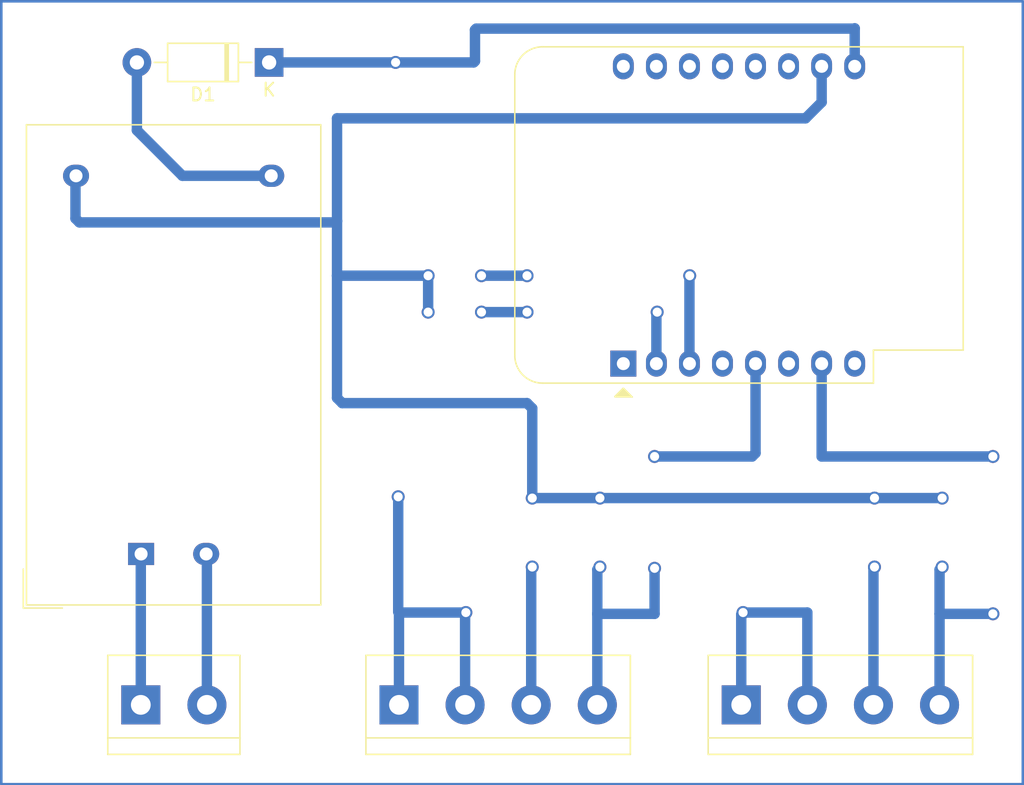
<source format=kicad_pcb>
(kicad_pcb (version 20240108) (generator "pcbnew") (generator_version "8.0")
  (layers (0 "F.Cu" signal) (31 "B.Cu" signal) (34 "B.Paste" user) (35 "F.Paste" user) (36 "B.SilkS" user "B.Silkscreen") (37 "F.SilkS" user "F.Silkscreen") (38 "B.Mask" user) (39 "F.Mask" user) (44 "Edge.Cuts" user))
  (net 0 "")
  (net 1 "Net-(D1-K)")
  (net 2 "Net-(D1-A)")
  (net 3 "unconnected-(PS1-AC{slash}N-Pad2)")
  (net 4 "unconnected-(PS1-AC{slash}L-Pad1)")
  (net 5 "Net-(D2-K)")
  (net 6 "Net-(J2-Pin_1)")
  (net 7 "Net-(J3-Pin_1)")
  (net 9 "unconnected-(U1-A0-Pad2)")
  (net 12 "Net-(U1-D0)")
  (net 18 "Net-(U1-SDA{slash}D2)")
  (net 20 "r1")
  (net 21 "y1")
  (net 22 "r2")
  (net 23 "y2")
  (footprint "TerminalBlock:TerminalBlock_bornier-2_P5.08mm" (layer "F.Cu") (at 111.52 133.4)
    (property "Reference" "REF**" (hide yes))
    (property "Value" "TerminalBlock_bornier-2_P5.08mm" (hide yes))
    (fp_line (start -2.54 -3.81) (end -2.54 3.81) (stroke (width 0.12)) (layer "F.SilkS"))
    (fp_line (start -2.54 3.81) (end 7.62 3.81) (stroke (width 0.12)) (layer "F.SilkS"))
    (fp_line (start 7.62 -3.81) (end -2.54 -3.81) (stroke (width 0.12)) (layer "F.SilkS"))
    (fp_line (start 7.62 2.54) (end -2.54 2.54) (stroke (width 0.12)) (layer "F.SilkS"))
    (fp_line (start 7.62 3.81) (end 7.62 -3.81) (stroke (width 0.12)) (layer "F.SilkS"))
    (pad "1" thru_hole rect (at 0 0) (size 3 3) (drill 1.52) (layers "*.Cu" "*.Mask") (net 4 "unconnected-(PS1-AC{slash}L-Pad1)"))
    (pad "2" thru_hole circle (at 5.08 0) (size 3 3) (drill 1.52) (layers "*.Cu" "*.Mask") (net 3 "unconnected-(PS1-AC{slash}N-Pad2)"))
  )
  (footprint "TerminalBlock:TerminalBlock_bornier-4_P5.08mm" (layer "F.Cu") (at 131.36 133.4)
    (property "Reference" "REF**" (hide yes))
    (property "Value" "TerminalBlock_bornier-4_P5.08mm" (hide yes))
    (fp_line (start -2.54 -3.81) (end -2.54 3.81) (stroke (width 0.12)) (layer "F.SilkS"))
    (fp_line (start -2.54 -3.81) (end 17.78 -3.81) (stroke (width 0.12)) (layer "F.SilkS"))
    (fp_line (start -2.54 3.81) (end 17.78 3.81) (stroke (width 0.12)) (layer "F.SilkS"))
    (fp_line (start 17.78 2.54) (end -2.54 2.54) (stroke (width 0.12)) (layer "F.SilkS"))
    (fp_line (start 17.78 3.81) (end 17.78 -3.81) (stroke (width 0.12)) (layer "F.SilkS"))
    (pad "1" thru_hole rect (at 0 0) (size 3 3) (drill 1.52) (layers "*.Cu" "*.Mask") (net 1 "Net-(D1-K)"))
    (pad "2" thru_hole circle (at 5.08 0) (size 3 3) (drill 1.52) (layers "*.Cu" "*.Mask") (net 1 "Net-(D1-K)"))
    (pad "3" thru_hole circle (at 10.16 0) (size 3 3) (drill 1.52) (layers "*.Cu" "*.Mask") (net 20 "r1"))
    (pad "4" thru_hole circle (at 15.24 0) (size 3 3) (drill 1.52) (layers "*.Cu" "*.Mask") (net 21 "y1"))
  )
  (footprint "Diode_THT:D_DO-41_SOD81_P10.16mm_Horizontal" (layer "F.Cu") (at 121.38 84 180)
    (property "Reference" "D1" (at 5.08 -2.47 180) (layer "F.SilkS"))
    (property "Value" "1N4007" (hide yes))
    (fp_line (start 8.82 0) (end 7.8 0) (stroke (width 0.12)) (layer "F.SilkS"))
    (fp_line (start 7.8 1.47) (end 7.8 -1.47) (stroke (width 0.12)) (layer "F.SilkS"))
    (fp_line (start 7.8 -1.47) (end 2.36 -1.47) (stroke (width 0.12)) (layer "F.SilkS"))
    (fp_line (start 3.38 -1.47) (end 3.38 1.47) (stroke (width 0.12)) (layer "F.SilkS"))
    (fp_line (start 3.26 -1.47) (end 3.26 1.47) (stroke (width 0.12)) (layer "F.SilkS"))
    (fp_line (start 3.14 -1.47) (end 3.14 1.47) (stroke (width 0.12)) (layer "F.SilkS"))
    (fp_line (start 2.36 1.47) (end 7.8 1.47) (stroke (width 0.12)) (layer "F.SilkS"))
    (fp_line (start 2.36 -1.47) (end 2.36 1.47) (stroke (width 0.12)) (layer "F.SilkS"))
    (fp_line (start 1.34 0) (end 2.36 0) (stroke (width 0.12)) (layer "F.SilkS"))
    (fp_text user "K" (at 0 -2.1 180) (layer "F.SilkS"))
    (pad "1" thru_hole rect (at 0 0 180) (size 2.2 2.2) (drill 1.1) (layers "*.Cu" "*.Mask") (net 1 "Net-(D1-K)"))
    (pad "2" thru_hole oval (at 10.16 0 180) (size 2.2 2.2) (drill 1.1) (layers "*.Cu" "*.Mask") (net 2 "Net-(D1-A)"))
  )
  (footprint "Converter_ACDC:Converter_ACDC_Hi-Link_HLK-PMxx" (layer "F.Cu") (at 111.5425 121.7975 90)
    (property "Reference" "PS1" (hide yes))
    (property "Value" "HLK-PM01" (hide yes))
    (fp_line (start -4.16 -9.05) (end -1.16 -9.05) (stroke (width 0.12)) (layer "F.SilkS"))
    (fp_line (start 33 -8.81) (end 33 13.81) (stroke (width 0.12)) (layer "F.SilkS"))
    (fp_line (start -3.92 -8.81) (end 33 -8.81) (stroke (width 0.12)) (layer "F.SilkS"))
    (fp_line (start -3.92 -8.81) (end -3.92 13.81) (stroke (width 0.12)) (layer "F.SilkS"))
    (fp_line (start -4.16 -6.05) (end -4.16 -9.05) (stroke (width 0.12)) (layer "F.SilkS"))
    (fp_line (start -3.92 13.81) (end 33 13.81) (stroke (width 0.12)) (layer "F.SilkS"))
    (pad "1" thru_hole rect (at 0 0 90) (size 1.7 2) (drill 1) (layers "*.Cu" "*.Mask") (net 4 "unconnected-(PS1-AC{slash}L-Pad1)"))
    (pad "2" thru_hole oval (at 0 5 90) (size 1.7 2) (drill 1) (layers "*.Cu" "*.Mask") (net 3 "unconnected-(PS1-AC{slash}N-Pad2)"))
    (pad "3" thru_hole oval (at 29.08 -5 90) (size 1.7 2) (drill 1) (layers "*.Cu" "*.Mask") (net 5 "Net-(D2-K)"))
    (pad "4" thru_hole oval (at 29.08 10 90) (size 1.7 2) (drill 1) (layers "*.Cu" "*.Mask") (net 2 "Net-(D1-A)"))
  )
  (footprint "Module:WEMOS_D1_mini_light" (layer "F.Cu") (at 148.6 107.16 90)
    (property "Reference" "U1" (hide yes))
    (property "Value" "WeMos_D1_mini" (hide yes))
    (fp_line (start 22.24 -8.34) (end 0.63 -8.34) (stroke (width 0.12)) (layer "F.SilkS"))
    (fp_line (start 1.04 19.22) (end 1.04 26.12) (stroke (width 0.12)) (layer "F.SilkS"))
    (fp_line (start -1.5 19.22) (end -1.5 -6.21) (stroke (width 0.12)) (layer "F.SilkS"))
    (fp_line (start -1.5 19.22) (end 1.04 19.22) (stroke (width 0.12)) (layer "F.SilkS"))
    (fp_line (start 24.36 26.12) (end 24.36 -6.21) (stroke (width 0.12)) (layer "F.SilkS"))
    (fp_line (start 1.04 26.12) (end 24.36 26.12) (stroke (width 0.12)) (layer "F.SilkS"))
    (fp_arc (start 22.23 -8.34) (mid 23.736137 -7.716137) (end 24.36 -6.21) (stroke (width 0.12)) (layer "F.SilkS"))
    (fp_arc (start -1.5 -6.21) (mid -0.876137 -7.716137) (end 0.63 -8.34) (stroke (width 0.12)) (layer "F.SilkS"))
    (fp_poly (pts (xy -2.54 -0.635) (xy -2.54 0.635) (xy -1.905 0)) (stroke (width 0.15)) (fill solid) (layer "F.SilkS"))
    (pad "1" thru_hole rect (at 0 0 90) (size 2 2) (drill 1) (layers "*.Cu" "*.Mask"))
    (pad "2" thru_hole oval (at 0 2.54 90) (size 2 1.6) (drill 1) (layers "*.Cu" "*.Mask") (net 9 "unconnected-(U1-A0-Pad2)"))
    (pad "3" thru_hole oval (at 0 5.08 90) (size 2 1.6) (drill 1) (layers "*.Cu" "*.Mask") (net 12 "Net-(U1-D0)"))
    (pad "4" thru_hole oval (at 0 7.62 90) (size 2 1.6) (drill 1) (layers "*.Cu" "*.Mask"))
    (pad "5" thru_hole oval (at 0 10.16 90) (size 2 1.6) (drill 1) (layers "*.Cu" "*.Mask") (net 6 "Net-(J2-Pin_1)"))
    (pad "6" thru_hole oval (at 0 12.7 90) (size 2 1.6) (drill 1) (layers "*.Cu" "*.Mask"))
    (pad "7" thru_hole oval (at 0 15.24 90) (size 2 1.6) (drill 1) (layers "*.Cu" "*.Mask") (net 7 "Net-(J3-Pin_1)"))
    (pad "8" thru_hole oval (at 0 17.78 90) (size 2 1.6) (drill 1) (layers "*.Cu" "*.Mask"))
    (pad "9" thru_hole oval (at 22.86 17.78 90) (size 2 1.6) (drill 1) (layers "*.Cu" "*.Mask") (net 1 "Net-(D1-K)"))
    (pad "10" thru_hole oval (at 22.86 15.24 90) (size 2 1.6) (drill 1) (layers "*.Cu" "*.Mask") (net 5 "Net-(D2-K)"))
    (pad "11" thru_hole oval (at 22.86 12.7 90) (size 2 1.6) (drill 1) (layers "*.Cu" "*.Mask"))
    (pad "12" thru_hole oval (at 22.86 10.16 90) (size 2 1.6) (drill 1) (layers "*.Cu" "*.Mask"))
    (pad "13" thru_hole oval (at 22.86 7.62 90) (size 2 1.6) (drill 1) (layers "*.Cu" "*.Mask") (net 18 "Net-(U1-SDA{slash}D2)"))
    (pad "14" thru_hole oval (at 22.86 5.08 90) (size 2 1.6) (drill 1) (layers "*.Cu" "*.Mask"))
    (pad "15" thru_hole oval (at 22.86 2.54 90) (size 2 1.6) (drill 1) (layers "*.Cu" "*.Mask"))
    (pad "16" thru_hole oval (at 22.86 0 90) (size 2 1.6) (drill 1) (layers "*.Cu" "*.Mask"))
  )
  (footprint "TerminalBlock:TerminalBlock_bornier-4_P5.08mm" (layer "F.Cu") (at 157.66 133.4)
    (property "Reference" "REF**" (hide yes))
    (property "Value" "TerminalBlock_bornier-4_P5.08mm" (hide yes))
    (fp_line (start -2.54 -3.81) (end -2.54 3.81) (stroke (width 0.12)) (layer "F.SilkS"))
    (fp_line (start -2.54 -3.81) (end 17.78 -3.81) (stroke (width 0.12)) (layer "F.SilkS"))
    (fp_line (start -2.54 3.81) (end 17.78 3.81) (stroke (width 0.12)) (layer "F.SilkS"))
    (fp_line (start 17.78 2.54) (end -2.54 2.54) (stroke (width 0.12)) (layer "F.SilkS"))
    (fp_line (start 17.78 3.81) (end 17.78 -3.81) (stroke (width 0.12)) (layer "F.SilkS"))
    (pad "1" thru_hole rect (at 0 0) (size 3 3) (drill 1.52) (layers "*.Cu" "*.Mask") (net 1 "Net-(D1-K)"))
    (pad "2" thru_hole circle (at 5.08 0) (size 3 3) (drill 1.52) (layers "*.Cu" "*.Mask") (net 1 "Net-(D1-K)"))
    (pad "3" thru_hole circle (at 10.16 0) (size 3 3) (drill 1.52) (layers "*.Cu" "*.Mask") (net 22 "r2"))
    (pad "4" thru_hole circle (at 15.24 0) (size 3 3) (drill 1.52) (layers "*.Cu" "*.Mask") (net 23 "y2"))
  )
  (gr_rect (start 100.8 79.3) (end 179.3 139.5) (stroke (width 0.2)) (fill none) (layer "B.Cu"))
  (via (at 136.5 126.3) (size 1) (drill 0.7) (layers "F.Cu" "B.Cu") (net 1))
  (via (at 157.8 126.3) (size 1) (drill 0.7) (layers "F.Cu" "B.Cu") (net 1))
  (via (at 131.3 117.4) (size 1) (drill 0.7) (layers "F.Cu" "B.Cu") (net 1))
  (via (at 131.1 84) (size 1) (drill 0.7) (layers "F.Cu" "B.Cu") (net 1))
  (segment (start 157.66 126.44) (end 157.8 126.3) (width 0.8) (layer "B.Cu") (net 1))
  (segment (start 166.36 81.4) (end 166.38 81.38) (width 0.8) (layer "B.Cu") (net 1))
  (segment (start 136.44 133.4) (end 136.44 126.36) (width 0.8) (layer "B.Cu") (net 1))
  (segment (start 131.3 126.24) (end 131.36 126.3) (width 0.8) (layer "B.Cu") (net 1))
  (segment (start 121.38 84) (end 131.1 84) (width 0.8) (layer "B.Cu") (net 1))
  (segment (start 131.36 133.4) (end 131.36 126.3) (width 0.8) (layer "B.Cu") (net 1))
  (segment (start 131.3 117.4) (end 131.3 126.24) (width 0.8) (layer "B.Cu") (net 1))
  (segment (start 131.36 126.3) (end 136.5 126.3) (width 0.8) (layer "B.Cu") (net 1))
  (segment (start 162.74 126.3) (end 157.8 126.3) (width 0.8) (layer "B.Cu") (net 1))
  (segment (start 166.38 81.38) (end 166.38 84.3) (width 0.8) (layer "B.Cu") (net 1))
  (segment (start 162.74 133.4) (end 162.74 126.3) (width 0.8) (layer "B.Cu") (net 1))
  (segment (start 157.66 133.4) (end 157.66 126.44) (width 0.8) (layer "B.Cu") (net 1))
  (segment (start 137.2 83.9) (end 137.2 81.5) (width 0.8) (layer "B.Cu") (net 1))
  (segment (start 137.2 81.5) (end 137.3 81.4) (width 0.8) (layer "B.Cu") (net 1))
  (segment (start 136.44 126.36) (end 136.5 126.3) (width 0.8) (layer "B.Cu") (net 1))
  (segment (start 137.3 81.4) (end 166.36 81.4) (width 0.8) (layer "B.Cu") (net 1))
  (segment (start 137.1 84) (end 137.2 83.9) (width 0.8) (layer "B.Cu") (net 1))
  (segment (start 131.1 84) (end 137.1 84) (width 0.8) (layer "B.Cu") (net 1))
  (segment (start 111.22 89.22) (end 111.22 84) (width 0.8) (layer "B.Cu") (net 2))
  (segment (start 114.7175 92.7175) (end 111.22 89.22) (width 0.8) (layer "B.Cu") (net 2))
  (segment (start 121.5425 92.7175) (end 114.7175 92.7175) (width 0.8) (layer "B.Cu") (net 2))
  (segment (start 116.6 133.4) (end 116.6 121.855) (width 0.8) (layer "B.Cu") (net 3))
  (segment (start 116.6 121.855) (end 116.5425 121.7975) (width 0.8) (layer "B.Cu") (net 3))
  (segment (start 111.52 121.82) (end 111.5425 121.7975) (width 0.8) (layer "B.Cu") (net 4))
  (segment (start 111.52 133.4) (end 111.52 121.82) (width 0.8) (layer "B.Cu") (net 4))
  (via (at 146.8 117.5) (size 1) (drill 0.7) (layers "F.Cu" "B.Cu") (net 5))
  (via (at 141.6 117.5) (size 1) (drill 0.7) (layers "F.Cu" "B.Cu") (net 5))
  (via (at 173.1 117.5) (size 1) (drill 0.7) (layers "F.Cu" "B.Cu") (net 5))
  (via (at 133.6 100.4) (size 1) (drill 0.7) (layers "F.Cu" "B.Cu") (net 5))
  (via (at 167.9 117.5) (size 1) (drill 0.7) (layers "F.Cu" "B.Cu") (net 5))
  (via (at 133.6 103.2) (size 1) (drill 0.7) (layers "F.Cu" "B.Cu") (net 5))
  (segment (start 106.5 92.76) (end 106.5425 92.7175) (width 0.8) (layer "B.Cu") (net 5))
  (segment (start 133.6 100.4) (end 126.6 100.4) (width 0.8) (layer "B.Cu") (net 5))
  (segment (start 106.5 96) (end 106.5 92.76) (width 0.8) (layer "B.Cu") (net 5))
  (segment (start 126.6 96.2) (end 126.5 96.3) (width 0.8) (layer "B.Cu") (net 5))
  (segment (start 162.6 88.3) (end 126.6 88.3) (width 0.8) (layer "B.Cu") (net 5))
  (segment (start 141.2 110.2) (end 127 110.2) (width 0.8) (layer "B.Cu") (net 5))
  (segment (start 146.8 117.5) (end 167.9 117.5) (width 0.8) (layer "B.Cu") (net 5))
  (segment (start 173.1 117.5) (end 167.9 117.5) (width 0.8) (layer "B.Cu") (net 5))
  (segment (start 141.6 117.5) (end 141.6 110.6) (width 0.8) (layer "B.Cu") (net 5))
  (segment (start 126.5 96.3) (end 106.8 96.3) (width 0.8) (layer "B.Cu") (net 5))
  (segment (start 127 110.2) (end 126.6 109.8) (width 0.8) (layer "B.Cu") (net 5))
  (segment (start 126.6 109.8) (end 126.6 100.4) (width 0.8) (layer "B.Cu") (net 5))
  (segment (start 141.6 110.6) (end 141.2 110.2) (width 0.8) (layer "B.Cu") (net 5))
  (segment (start 126.6 88.3) (end 126.6 96.2) (width 0.8) (layer "B.Cu") (net 5))
  (segment (start 133.6 100.4) (end 133.6 103.2) (width 0.8) (layer "B.Cu") (net 5))
  (segment (start 146.8 117.5) (end 141.6 117.5) (width 0.8) (layer "B.Cu") (net 5))
  (segment (start 106.8 96.3) (end 106.5 96) (width 0.8) (layer "B.Cu") (net 5))
  (segment (start 163.84 87.06) (end 162.6 88.3) (width 0.8) (layer "B.Cu") (net 5))
  (segment (start 163.84 84.3) (end 163.84 87.06) (width 0.8) (layer "B.Cu") (net 5))
  (segment (start 126.6 100.4) (end 126.6 96.2) (width 0.8) (layer "B.Cu") (net 5))
  (via (at 151 114.3) (size 1) (drill 0.7) (layers "F.Cu" "B.Cu") (net 6))
  (segment (start 151 114.3) (end 158.5 114.3) (width 0.8) (layer "B.Cu") (net 6))
  (segment (start 158.5 114.3) (end 158.76 114.04) (width 0.8) (layer "B.Cu") (net 6))
  (segment (start 158.76 114.04) (end 158.76 107.16) (width 0.8) (layer "B.Cu") (net 6))
  (via (at 177 114.3) (size 1) (drill 0.7) (layers "F.Cu" "B.Cu") (net 7))
  (segment (start 177 114.3) (end 163.84 114.3) (width 0.8) (layer "B.Cu") (net 7))
  (segment (start 163.84 114.3) (end 163.84 107.16) (width 0.8) (layer "B.Cu") (net 7))
  (via (at 151.2 103.2) (size 1) (drill 0.7) (layers "F.Cu" "B.Cu") (net 9))
  (via (at 137.7 103.2) (size 1) (drill 0.7) (layers "F.Cu" "B.Cu") (net 9))
  (via (at 141.2 103.2) (size 1) (drill 0.7) (layers "F.Cu" "B.Cu") (net 9))
  (segment (start 141.2 103.2) (end 137.7 103.2) (width 0.8) (layer "B.Cu") (net 9))
  (segment (start 151.14 103.26) (end 151.2 103.2) (width 0.8) (layer "B.Cu") (net 9))
  (segment (start 151.14 107.16) (end 151.14 103.26) (width 0.8) (layer "B.Cu") (net 9))
  (via (at 153.7 100.4) (size 1) (drill 0.7) (layers "F.Cu" "B.Cu") (net 12))
  (via (at 141.2 100.4) (size 1) (drill 0.7) (layers "F.Cu" "B.Cu") (net 12))
  (via (at 137.7 100.4) (size 1) (drill 0.7) (layers "F.Cu" "B.Cu") (net 12))
  (segment (start 153.68 100.42) (end 153.7 100.4) (width 0.8) (layer "B.Cu") (net 12))
  (segment (start 137.7 100.4) (end 141.2 100.4) (width 0.8) (layer "B.Cu") (net 12))
  (segment (start 153.68 107.16) (end 153.68 100.42) (width 0.8) (layer "B.Cu") (net 12))
  (via (at 141.6 122.8) (size 1) (drill 0.7) (layers "F.Cu" "B.Cu") (net 20))
  (segment (start 141.52 133.4) (end 141.52 122.88) (width 0.8) (layer "B.Cu") (net 20))
  (segment (start 141.52 122.88) (end 141.6 122.8) (width 0.8) (layer "B.Cu") (net 20))
  (via (at 151 122.9) (size 1) (drill 0.7) (layers "F.Cu" "B.Cu") (net 21))
  (via (at 146.8 122.8) (size 1) (drill 0.7) (layers "F.Cu" "B.Cu") (net 21))
  (segment (start 151 126.4) (end 146.6 126.4) (width 0.8) (layer "B.Cu") (net 21))
  (segment (start 146.6 123) (end 146.6 126.4) (width 0.8) (layer "B.Cu") (net 21))
  (segment (start 151 122.9) (end 151 126.4) (width 0.8) (layer "B.Cu") (net 21))
  (segment (start 146.6 126.4) (end 146.6 133.4) (width 0.8) (layer "B.Cu") (net 21))
  (segment (start 146.8 122.8) (end 146.6 123) (width 0.8) (layer "B.Cu") (net 21))
  (via (at 167.9 122.8) (size 1) (drill 0.7) (layers "F.Cu" "B.Cu") (net 22))
  (segment (start 167.82 133.4) (end 167.82 122.88) (width 0.8) (layer "B.Cu") (net 22))
  (segment (start 167.82 122.88) (end 167.9 122.8) (width 0.8) (layer "B.Cu") (net 22))
  (via (at 177 126.4) (size 1) (drill 0.7) (layers "F.Cu" "B.Cu") (net 23))
  (via (at 173.1 122.8) (size 1) (drill 0.7) (layers "F.Cu" "B.Cu") (net 23))
  (segment (start 172.9 133.4) (end 172.9 126.4) (width 0.8) (layer "B.Cu") (net 23))
  (segment (start 172.9 126.4) (end 172.9 123) (width 0.8) (layer "B.Cu") (net 23))
  (segment (start 177 126.4) (end 172.9 126.4) (width 0.8) (layer "B.Cu") (net 23))
  (segment (start 172.9 123) (end 173.1 122.8) (width 0.8) (layer "B.Cu") (net 23))
)
</source>
